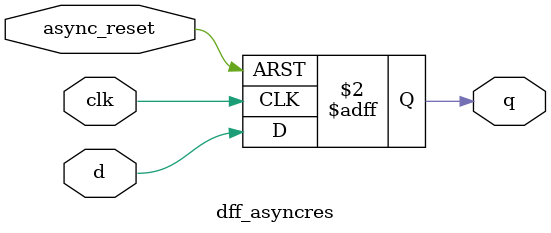
<source format=v>
module dff_asyncres ( input clk, input async_reset, input d, output q);
always @ (posedge clk, posedge async_reset)
begin
	if (async_reset)
		q<=1'b0;
	else
		q<=d;
end
endmodule

</source>
